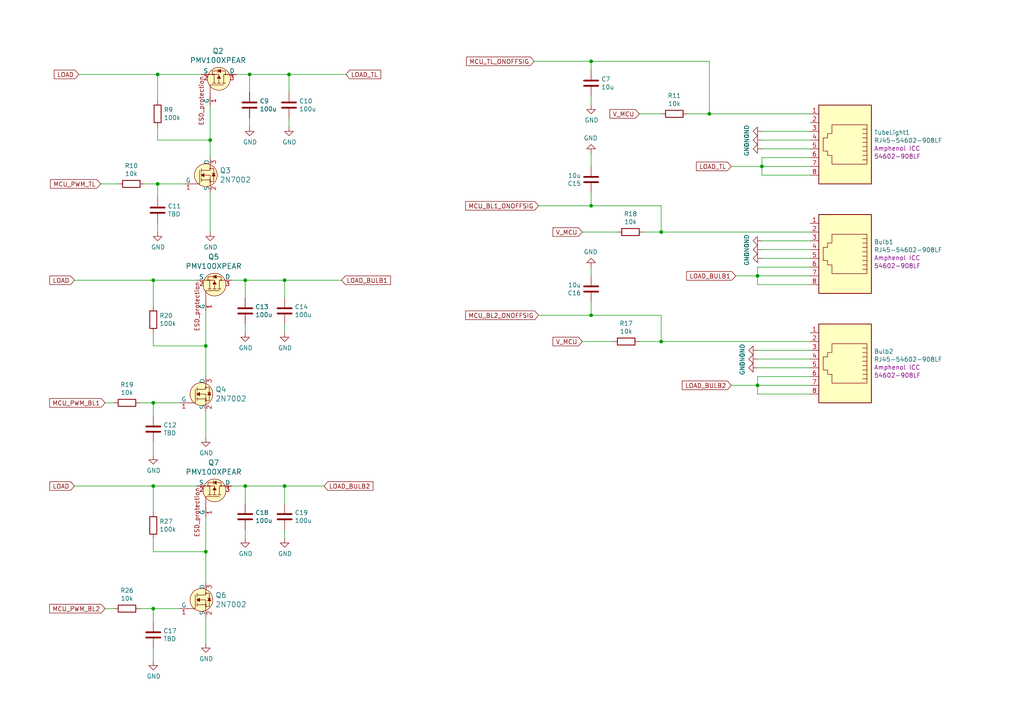
<source format=kicad_sch>
(kicad_sch (version 20211123) (generator eeschema)
  (paper "A4")
  (lib_symbols
    (symbol "SHS_DCDC:2N7002-dk_Transistors-FETs-MOSFETs-Single" (pin_names (offset 0))
      (property "Reference" "Q" (at -2.6924 3.6322 0))
      (property "Value" "2N7002-dk_Transistors-FETs-MOSFETs-Single" (at 3.4544 0 90))
      (symbol "2N7002-dk_Transistors-FETs-MOSFETs-Single_0_1"
        (circle (center -1.27 0) (radius 3.302) (fill (type background)))
        (circle (center 0 -1.905) (radius 0.127))
        (circle (center 0 -1.397) (radius 0.127))
        (polyline (pts (xy 0 -1.397) (xy -2.54 -1.397)))
        (polyline (pts (xy -5.08 -2.54) (xy -3.048 -2.54) (xy -3.048 1.397)))
        (polyline (pts (xy 0 -2.54) (xy 0 0) (xy -2.54 0)))
        (polyline (pts (xy 0 2.54) (xy 0 1.397) (xy -2.54 1.397)))
        (polyline (pts (xy -0.127 -1.905) (xy 1.016 -1.905) (xy 1.016 1.397) (xy 1.016 1.905) (xy -0.127 1.905)))
        (circle (center 0 1.905) (radius 0.127))
      )
      (symbol "2N7002-dk_Transistors-FETs-MOSFETs-Single_1_1"
        (polyline (pts (xy -2.54 -1.397) (xy -2.54 -1.905)))
        (polyline (pts (xy -2.54 -1.397) (xy -2.54 -0.889)))
        (polyline (pts (xy -2.54 0) (xy -2.54 -0.508)))
        (polyline (pts (xy -2.54 0) (xy -2.54 0.508)))
        (polyline (pts (xy -2.54 1.905) (xy -2.54 0.889)))
        (polyline (pts (xy 1.524 0.508) (xy 0.508 0.508)))
        (polyline (pts (xy -2.54 0) (xy -1.778 0.508) (xy -1.778 -0.508) (xy -2.54 0)) (fill (type outline)))
        (polyline (pts (xy 1.016 0.508) (xy 0.508 -0.254) (xy 1.524 -0.254) (xy 1.016 0.508)) (fill (type outline)))
        (pin bidirectional line (at -7.62 -2.54 0) (length 2.54) (name "G") (number "1"))
        (pin bidirectional line (at 0 -5.08 90) (length 2.54) (name "S") (number "2"))
        (pin bidirectional line (at 0 5.08 270) (length 2.54) (name "D") (number "3"))
      )
    )
    (symbol "SHS_DCDC:C-Device" (pin_numbers hide) (pin_names (offset 0.254))
      (property "Reference" "C" (at 0.635 2.54 0))
      (property "Value" "C-Device" (at 0.635 -2.54 0))
      (symbol "C-Device_0_1"
        (polyline (pts (xy -2.032 -0.762) (xy 2.032 -0.762)) (stroke (width 0.508)))
        (polyline (pts (xy -2.032 0.762) (xy 2.032 0.762)) (stroke (width 0.508)))
      )
      (symbol "C-Device_1_1"
        (pin passive line (at 0 3.81 270) (length 2.794) (name "~") (number "1"))
        (pin passive line (at 0 -3.81 90) (length 2.794) (name "~") (number "2"))
      )
    )
    (symbol "SHS_DCDC:GND-power" (power) (pin_names (offset 0))
      (property "Value" "GND-power" (at 0 -3.81 0))
      (symbol "GND-power_0_1"
        (polyline (pts (xy 0 0) (xy 0 -1.27) (xy 1.27 -1.27) (xy 0 -2.54) (xy -1.27 -1.27) (xy 0 -1.27)))
      )
      (symbol "GND-power_1_1"
        (pin power_in line (at 0 0 270) (length 0) hide (name "GND") (number "1"))
      )
    )
    (symbol "SHS_DCDC:PMV100XPEAR" (pin_names (offset 0))
      (property "Reference" "Q" (at -2.6924 3.6322 0))
      (property "Value" "PMV100XPEAR" (at 3.4544 0 90))
      (symbol "PMV100XPEAR_0_0"
        (text "ESD_protection" (at -7.62 -5.08 0) (effects (font (size 1.27 1.27))))
      )
      (symbol "PMV100XPEAR_0_1"
        (circle (center -1.27 0) (radius 3.302) (fill (type background)))
        (circle (center 0 -1.905) (radius 0.127))
        (circle (center 0 -1.397) (radius 0.127))
        (polyline (pts (xy 0 -1.397) (xy -2.54 -1.397)))
        (polyline (pts (xy -6.35 -2.54) (xy -3.048 -2.54) (xy -3.048 1.397)))
        (polyline (pts (xy 0 -2.54) (xy 0 0) (xy -2.54 0)))
        (polyline (pts (xy 0 2.54) (xy 0 1.397) (xy -2.54 1.397)))
        (polyline (pts (xy -0.127 -1.905) (xy 1.016 -1.905) (xy 1.016 1.397) (xy 1.016 1.905) (xy -0.127 1.905)))
        (circle (center 0 1.905) (radius 0.127))
      )
      (symbol "PMV100XPEAR_1_1"
        (polyline (pts (xy -2.54 -1.397) (xy -2.54 -1.905)))
        (polyline (pts (xy -2.54 -1.397) (xy -2.54 -0.889)))
        (polyline (pts (xy -2.54 0) (xy -2.54 -0.508)))
        (polyline (pts (xy -2.54 0) (xy -2.54 0.508)))
        (polyline (pts (xy -2.54 1.905) (xy -2.54 0.889)))
        (polyline (pts (xy 1.524 -0.254) (xy 0.508 -0.254)))
        (polyline (pts (xy -0.381 0) (xy -1.143 0.508) (xy -1.143 -0.508) (xy -0.381 0)) (fill (type outline)))
        (polyline (pts (xy 1.016 -0.254) (xy 1.524 0.508) (xy 0.508 0.508) (xy 1.016 -0.254)) (fill (type outline)))
        (pin bidirectional line (at -8.89 -2.54 0) (length 2.54) (name "G") (number "1"))
        (pin bidirectional line (at 0 -5.08 90) (length 2.54) (name "S") (number "2"))
        (pin bidirectional line (at 0 5.08 270) (length 2.54) (name "D") (number "3"))
      )
    )
    (symbol "SHS_DCDC:R-Device" (pin_numbers hide) (pin_names (offset 0))
      (property "Reference" "R" (at 2.032 0 90))
      (property "Value" "R-Device" (at 0 0 90))
      (symbol "R-Device_0_1"
        (rectangle (start -1.016 -2.54) (end 1.016 2.54) (stroke (width 0.254)))
      )
      (symbol "R-Device_1_1"
        (pin passive line (at 0 3.81 270) (length 1.27) (name "~") (number "1"))
        (pin passive line (at 0 -3.81 90) (length 1.27) (name "~") (number "2"))
      )
    )
    (symbol "SHS_DCDC:RJ45-54602-908LF" (pin_names (offset 1.016))
      (property "Reference" "RJ45" (at -5.08 13.97 0))
      (property "Value" "RJ45-54602-908LF" (at 2.54 13.97 0))
      (property "Brand" "Amphenol ICC" (at 16.51 22.86 0))
      (property "Model" "54602-908LF" (at 16.51 20.32 0))
      (symbol "RJ45-54602-908LF_0_1"
        (polyline (pts (xy -5.08 4.445) (xy -6.35 4.445)))
        (polyline (pts (xy -5.08 5.715) (xy -6.35 5.715)))
        (polyline (pts (xy -6.35 -3.175) (xy -5.08 -3.175) (xy -5.08 -3.175)))
        (polyline (pts (xy -6.35 -1.905) (xy -5.08 -1.905) (xy -5.08 -1.905)))
        (polyline (pts (xy -6.35 -0.635) (xy -5.08 -0.635) (xy -5.08 -0.635)))
        (polyline (pts (xy -6.35 0.635) (xy -5.08 0.635) (xy -5.08 0.635)))
        (polyline (pts (xy -6.35 1.905) (xy -5.08 1.905) (xy -5.08 1.905)))
        (polyline (pts (xy -5.08 3.175) (xy -6.35 3.175) (xy -6.35 3.175)))
        (polyline (pts (xy -6.35 -4.445) (xy -6.35 6.985) (xy 3.81 6.985) (xy 3.81 4.445) (xy 5.08 4.445) (xy 5.08 3.175) (xy 6.35 3.175) (xy 6.35 -0.635) (xy 5.08 -0.635) (xy 5.08 -1.905) (xy 3.81 -1.905) (xy 3.81 -4.445) (xy -6.35 -4.445) (xy -6.35 -4.445)))
        (rectangle (start 7.62 12.7) (end -7.62 -10.16) (stroke (width 0.254)) (fill (type background)))
      )
      (symbol "RJ45-54602-908LF_1_1"
        (pin passive line (at 10.16 -7.62 180) (length 2.54) (name "~") (number "1"))
        (pin passive line (at 10.16 -5.08 180) (length 2.54) (name "~") (number "2"))
        (pin passive line (at 10.16 -2.54 180) (length 2.54) (name "~") (number "3"))
        (pin passive line (at 10.16 0 180) (length 2.54) (name "~") (number "4"))
        (pin passive line (at 10.16 2.54 180) (length 2.54) (name "~") (number "5"))
        (pin passive line (at 10.16 5.08 180) (length 2.54) (name "~") (number "6"))
        (pin passive line (at 10.16 7.62 180) (length 2.54) (name "~") (number "7"))
        (pin passive line (at 10.16 10.16 180) (length 2.54) (name "~") (number "8"))
      )
    )
  )
  (junction (at 220.98 48.26))
  (junction (at 191.77 67.31))
  (junction (at 171.45 59.69))
  (junction (at 219.71 111.76))
  (junction (at 219.71 80.01))
  (junction (at 45.72 21.59))
  (junction (at 59.69 160.02))
  (junction (at 45.72 53.34))
  (junction (at 205.74 33.02))
  (junction (at 191.77 99.06))
  (junction (at 44.45 176.53))
  (junction (at 171.45 91.44))
  (junction (at 44.45 81.28))
  (junction (at 171.45 17.78))
  (junction (at 59.69 100.33))
  (junction (at 82.55 140.97))
  (junction (at 44.45 140.97))
  (junction (at 82.55 81.28))
  (junction (at 44.45 116.84))
  (junction (at 71.12 81.28))
  (junction (at 71.12 140.97))
  (junction (at 83.82 21.59))
  (junction (at 60.96 40.64))
  (junction (at 72.39 21.59))
  (wire (pts (xy 171.45 87.63) (xy 171.45 91.44)))
  (wire (pts (xy 72.39 21.59) (xy 72.39 26.67)))
  (wire (pts (xy 83.82 34.29) (xy 83.82 36.83)))
  (wire (pts (xy 219.71 109.22) (xy 219.71 111.76)))
  (wire (pts (xy 171.45 17.78) (xy 154.94 17.78)))
  (wire (pts (xy 219.71 82.55) (xy 234.95 82.55)))
  (wire (pts (xy 44.45 160.02) (xy 59.69 160.02)))
  (wire (pts (xy 220.98 48.26) (xy 220.98 45.72)))
  (wire (pts (xy 234.95 67.31) (xy 191.77 67.31)))
  (wire (pts (xy 186.69 67.31) (xy 191.77 67.31)))
  (wire (pts (xy 44.45 187.96) (xy 44.45 191.77)))
  (wire (pts (xy 21.59 140.97) (xy 44.45 140.97)))
  (wire (pts (xy 68.58 21.59) (xy 72.39 21.59)))
  (wire (pts (xy 82.55 140.97) (xy 93.98 140.97)))
  (wire (pts (xy 59.69 119.38) (xy 59.69 127)))
  (wire (pts (xy 234.95 38.1) (xy 220.98 38.1)))
  (wire (pts (xy 234.95 40.64) (xy 220.98 40.64)))
  (wire (pts (xy 59.69 179.07) (xy 59.69 186.69)))
  (wire (pts (xy 22.86 21.59) (xy 45.72 21.59)))
  (wire (pts (xy 71.12 140.97) (xy 71.12 146.05)))
  (wire (pts (xy 234.95 109.22) (xy 219.71 109.22)))
  (wire (pts (xy 44.45 96.52) (xy 44.45 100.33)))
  (wire (pts (xy 234.95 101.6) (xy 219.71 101.6)))
  (wire (pts (xy 44.45 156.21) (xy 44.45 160.02)))
  (wire (pts (xy 59.69 149.86) (xy 59.69 160.02)))
  (wire (pts (xy 234.95 45.72) (xy 220.98 45.72)))
  (wire (pts (xy 205.74 33.02) (xy 234.95 33.02)))
  (wire (pts (xy 199.39 33.02) (xy 205.74 33.02)))
  (wire (pts (xy 71.12 93.98) (xy 71.12 96.52)))
  (wire (pts (xy 220.98 50.8) (xy 220.98 48.26)))
  (wire (pts (xy 191.77 67.31) (xy 191.77 59.69)))
  (wire (pts (xy 234.95 114.3) (xy 219.71 114.3)))
  (wire (pts (xy 60.96 40.64) (xy 60.96 45.72)))
  (wire (pts (xy 21.59 81.28) (xy 44.45 81.28)))
  (wire (pts (xy 234.95 69.85) (xy 220.98 69.85)))
  (wire (pts (xy 45.72 21.59) (xy 45.72 29.21)))
  (wire (pts (xy 44.45 120.65) (xy 44.45 116.84)))
  (wire (pts (xy 234.95 43.18) (xy 220.98 43.18)))
  (wire (pts (xy 82.55 93.98) (xy 82.55 96.52)))
  (wire (pts (xy 82.55 140.97) (xy 82.55 146.05)))
  (wire (pts (xy 71.12 140.97) (xy 82.55 140.97)))
  (wire (pts (xy 177.8 99.06) (xy 168.91 99.06)))
  (wire (pts (xy 191.77 33.02) (xy 185.42 33.02)))
  (wire (pts (xy 71.12 153.67) (xy 71.12 156.21)))
  (wire (pts (xy 234.95 72.39) (xy 220.98 72.39)))
  (wire (pts (xy 191.77 99.06) (xy 191.77 91.44)))
  (wire (pts (xy 72.39 34.29) (xy 72.39 36.83)))
  (wire (pts (xy 171.45 91.44) (xy 156.21 91.44)))
  (wire (pts (xy 179.07 67.31) (xy 168.91 67.31)))
  (wire (pts (xy 44.45 81.28) (xy 57.15 81.28)))
  (wire (pts (xy 234.95 106.68) (xy 219.71 106.68)))
  (wire (pts (xy 52.07 176.53) (xy 44.45 176.53)))
  (wire (pts (xy 171.45 17.78) (xy 171.45 20.32)))
  (wire (pts (xy 219.71 111.76) (xy 219.71 114.3)))
  (wire (pts (xy 44.45 180.34) (xy 44.45 176.53)))
  (wire (pts (xy 234.95 50.8) (xy 220.98 50.8)))
  (wire (pts (xy 45.72 36.83) (xy 45.72 40.64)))
  (wire (pts (xy 44.45 128.27) (xy 44.45 132.08)))
  (wire (pts (xy 59.69 90.17) (xy 59.69 100.33)))
  (wire (pts (xy 53.34 53.34) (xy 45.72 53.34)))
  (wire (pts (xy 45.72 57.15) (xy 45.72 53.34)))
  (wire (pts (xy 45.72 64.77) (xy 45.72 67.31)))
  (wire (pts (xy 234.95 74.93) (xy 220.98 74.93)))
  (wire (pts (xy 60.96 30.48) (xy 60.96 40.64)))
  (wire (pts (xy 234.95 104.14) (xy 219.71 104.14)))
  (wire (pts (xy 52.07 116.84) (xy 44.45 116.84)))
  (wire (pts (xy 44.45 100.33) (xy 59.69 100.33)))
  (wire (pts (xy 171.45 80.01) (xy 171.45 77.47)))
  (wire (pts (xy 45.72 53.34) (xy 41.91 53.34)))
  (wire (pts (xy 171.45 48.26) (xy 171.45 44.45)))
  (wire (pts (xy 234.95 48.26) (xy 220.98 48.26)))
  (wire (pts (xy 83.82 21.59) (xy 100.33 21.59)))
  (wire (pts (xy 71.12 81.28) (xy 82.55 81.28)))
  (wire (pts (xy 33.02 176.53) (xy 30.48 176.53)))
  (wire (pts (xy 234.95 111.76) (xy 219.71 111.76)))
  (wire (pts (xy 171.45 27.94) (xy 171.45 30.48)))
  (wire (pts (xy 67.31 140.97) (xy 71.12 140.97)))
  (wire (pts (xy 34.29 53.34) (xy 29.21 53.34)))
  (wire (pts (xy 59.69 160.02) (xy 59.69 168.91)))
  (wire (pts (xy 82.55 81.28) (xy 82.55 86.36)))
  (wire (pts (xy 44.45 176.53) (xy 40.64 176.53)))
  (wire (pts (xy 83.82 21.59) (xy 83.82 26.67)))
  (wire (pts (xy 205.74 17.78) (xy 205.74 33.02)))
  (wire (pts (xy 191.77 91.44) (xy 171.45 91.44)))
  (wire (pts (xy 45.72 40.64) (xy 60.96 40.64)))
  (wire (pts (xy 171.45 55.88) (xy 171.45 59.69)))
  (wire (pts (xy 219.71 77.47) (xy 219.71 80.01)))
  (wire (pts (xy 71.12 81.28) (xy 71.12 86.36)))
  (wire (pts (xy 44.45 116.84) (xy 40.64 116.84)))
  (wire (pts (xy 234.95 77.47) (xy 219.71 77.47)))
  (wire (pts (xy 59.69 100.33) (xy 59.69 109.22)))
  (wire (pts (xy 82.55 153.67) (xy 82.55 156.21)))
  (wire (pts (xy 44.45 140.97) (xy 57.15 140.97)))
  (wire (pts (xy 171.45 17.78) (xy 205.74 17.78)))
  (wire (pts (xy 212.09 48.26) (xy 220.98 48.26)))
  (wire (pts (xy 45.72 21.59) (xy 58.42 21.59)))
  (wire (pts (xy 82.55 81.28) (xy 99.06 81.28)))
  (wire (pts (xy 67.31 81.28) (xy 71.12 81.28)))
  (wire (pts (xy 213.36 80.01) (xy 219.71 80.01)))
  (wire (pts (xy 234.95 80.01) (xy 219.71 80.01)))
  (wire (pts (xy 60.96 55.88) (xy 60.96 67.31)))
  (wire (pts (xy 219.71 111.76) (xy 212.09 111.76)))
  (wire (pts (xy 234.95 99.06) (xy 191.77 99.06)))
  (wire (pts (xy 191.77 59.69) (xy 171.45 59.69)))
  (wire (pts (xy 171.45 59.69) (xy 156.21 59.69)))
  (wire (pts (xy 44.45 81.28) (xy 44.45 88.9)))
  (wire (pts (xy 219.71 80.01) (xy 219.71 82.55)))
  (wire (pts (xy 191.77 99.06) (xy 185.42 99.06)))
  (wire (pts (xy 44.45 140.97) (xy 44.45 148.59)))
  (wire (pts (xy 33.02 116.84) (xy 30.48 116.84)))
  (wire (pts (xy 72.39 21.59) (xy 83.82 21.59)))
  (global_label "LOAD_TL" (shape input) (at 212.09 48.26 180) (property "Intersheet References" "${INTERSHEET_REFS}" (effects hide)))
  (global_label "MCU_PWM_BL1" (shape input) (at 30.48 116.84 180) (property "Intersheet References" "${INTERSHEET_REFS}" (effects hide)))
  (global_label "LOAD_BULB2" (shape input) (at 212.09 111.76 180) (property "Intersheet References" "${INTERSHEET_REFS}" (effects hide)))
  (global_label "MCU_PWM_BL2" (shape input) (at 30.48 176.53 180) (property "Intersheet References" "${INTERSHEET_REFS}" (effects hide)))
  (global_label "LOAD" (shape input) (at 21.59 140.97 180) (property "Intersheet References" "${INTERSHEET_REFS}" (effects hide)))
  (global_label "V_MCU" (shape input) (at 168.91 67.31 180) (property "Intersheet References" "${INTERSHEET_REFS}" (effects hide)))
  (global_label "MCU_BL2_ONOFFSIG" (shape input) (at 156.21 91.44 180) (property "Intersheet References" "${INTERSHEET_REFS}" (effects hide)))
  (global_label "V_MCU" (shape input) (at 168.91 99.06 180) (property "Intersheet References" "${INTERSHEET_REFS}" (effects hide)))
  (global_label "LOAD" (shape input) (at 22.86 21.59 180) (property "Intersheet References" "${INTERSHEET_REFS}" (effects hide)))
  (global_label "LOAD_BULB1" (shape input) (at 213.36 80.01 180) (property "Intersheet References" "${INTERSHEET_REFS}" (effects hide)))
  (global_label "LOAD_BULB2" (shape input) (at 93.98 140.97 0) (property "Intersheet References" "${INTERSHEET_REFS}" (effects hide)))
  (global_label "MCU_PWM_TL" (shape input) (at 29.21 53.34 180) (property "Intersheet References" "${INTERSHEET_REFS}" (effects hide)))
  (global_label "LOAD_BULB1" (shape input) (at 99.06 81.28 0) (property "Intersheet References" "${INTERSHEET_REFS}" (effects hide)))
  (global_label "LOAD_TL" (shape input) (at 100.33 21.59 0) (property "Intersheet References" "${INTERSHEET_REFS}" (effects hide)))
  (global_label "MCU_TL_ONOFFSIG" (shape input) (at 154.94 17.78 180) (property "Intersheet References" "${INTERSHEET_REFS}" (effects hide)))
  (global_label "MCU_BL1_ONOFFSIG" (shape input) (at 156.21 59.69 180) (property "Intersheet References" "${INTERSHEET_REFS}" (effects hide)))
  (global_label "LOAD" (shape input) (at 21.59 81.28 180) (property "Intersheet References" "${INTERSHEET_REFS}" (effects hide)))
  (global_label "V_MCU" (shape input) (at 185.42 33.02 180) (property "Intersheet References" "${INTERSHEET_REFS}" (effects hide)))
  (symbol (lib_id "SHS_DCDC:PMV100XPEAR") (at 63.5 21.59 270) (mirror x) (unit 1)
    (property "Reference" "Q2" (at 63.246 14.8082 90) (effects (font (size 1.524 1.524))))
    (property "Value" "PMV100XPEAR" (at 63.246 17.5006 90) (effects (font (size 1.524 1.524))))
    (property "Footprint" "digikey-footprints:SOT-23-3" (effects hide))
    (property "MPN" "PMV100XPEAR" (effects hide))
    (property "Category" "Discrete Semiconductor Products" (effects hide))
    (property "Family" "Transistors - FETs, MOSFETs - Single" (effects hide))
    (property "Description" "MOSFET P-CH 20V 2.4A SOT23" (effects hide))
    (property "Manufacturer" "Nexperia USA" (effects hide))
    (property "Status" "Active" (effects hide))
  )
  (symbol (lib_id "SHS_DCDC:R-Device") (at 45.72 33.02 0) (unit 1)
    (property "Reference" "R9" (at 47.498 31.8516 0) (effects (justify left)))
    (property "Value" "100k" (at 47.498 34.163 0) (effects (justify left)))
    (property "Footprint" "Resistor_SMD:R_0603_1608Metric" (effects hide))
  )
  (symbol (lib_id "SHS_DCDC:2N7002-dk_Transistors-FETs-MOSFETs-Single") (at 60.96 50.8 0) (unit 1)
    (property "Reference" "Q3" (at 63.7032 49.4538 0) (effects (font (size 1.524 1.524)) (justify left)))
    (property "Value" "2N7002" (at 63.7032 52.1462 0) (effects (font (size 1.524 1.524)) (justify left)))
    (property "Footprint" "digikey-footprints:SOT-23-3" (effects hide))
    (property "Datasheet" "https://www.onsemi.com/pub/Collateral/NDS7002A-D.PDF" (effects hide))
    (property "Digi-Key_PN" "2N7002NCT-ND" (effects hide))
    (property "MPN" "2N7002" (effects hide))
    (property "Category" "Discrete Semiconductor Products" (effects hide))
    (property "Family" "Transistors - FETs, MOSFETs - Single" (effects hide))
    (property "DK_Datasheet_Link" "https://www.onsemi.com/pub/Collateral/NDS7002A-D.PDF" (effects hide))
    (property "DK_Detail_Page" "/product-detail/en/on-semiconductor/2N7002/2N7002NCT-ND/244664" (effects hide))
    (property "Description" "MOSFET N-CH 60V 115MA SOT-23" (effects hide))
    (property "Manufacturer" "ON Semiconductor" (effects hide))
    (property "Status" "Active" (effects hide))
  )
  (symbol (lib_id "SHS_DCDC:GND-power") (at 60.96 67.31 0) (unit 1)
    (property "Reference" "#PWR08" (effects hide))
    (property "Value" "GND-power" (at 61.087 71.7042 0))
  )
  (symbol (lib_id "SHS_DCDC:R-Device") (at 38.1 53.34 270) (unit 1)
    (property "Reference" "R10" (at 38.1 48.0822 90))
    (property "Value" "10k" (at 38.1 50.3936 90))
    (property "Footprint" "Resistor_SMD:R_0603_1608Metric" (effects hide))
  )
  (symbol (lib_id "SHS_DCDC:RJ45-54602-908LF") (at 245.11 40.64 180) (unit 1)
    (property "Reference" "TubeLight1" (at 253.492 38.4302 0) (effects (justify right)))
    (property "Value" "RJ45-54602-908LF" (at 253.492 40.7416 0) (effects (justify right)))
    (property "Footprint" "Connector_RJ:RJ45_Amphenol_54602-x08_Horizontal" (effects hide))
    (property "Brand" "Amphenol ICC" (at 253.492 43.053 0) (effects (justify right)))
    (property "Model" "54602-908LF" (at 253.492 45.3644 0) (effects (justify right)))
  )
  (symbol (lib_id "SHS_DCDC:R-Device") (at 195.58 33.02 270) (unit 1)
    (property "Reference" "R11" (at 195.58 27.7622 90))
    (property "Value" "10k" (at 195.58 30.0736 90))
    (property "Footprint" "Resistor_SMD:R_0603_1608Metric" (effects hide))
  )
  (symbol (lib_id "SHS_DCDC:C-Device") (at 171.45 24.13 0) (unit 1)
    (property "Reference" "C7" (at 174.371 22.9616 0) (effects (justify left)))
    (property "Value" "10u" (at 174.371 25.273 0) (effects (justify left)))
    (property "Footprint" "Capacitor_SMD:C_0603_1608Metric" (effects hide))
  )
  (symbol (lib_id "SHS_DCDC:GND-power") (at 171.45 30.48 0) (unit 1)
    (property "Reference" "#PWR0105" (effects hide))
    (property "Value" "GND-power" (at 171.577 34.8742 0))
  )
  (symbol (lib_id "SHS_DCDC:RJ45-54602-908LF") (at 245.11 72.39 180) (unit 1)
    (property "Reference" "Bulb1" (at 253.492 70.1802 0) (effects (justify right)))
    (property "Value" "RJ45-54602-908LF" (at 253.492 72.4916 0) (effects (justify right)))
    (property "Footprint" "Connector_RJ:RJ45_Amphenol_54602-x08_Horizontal" (effects hide))
    (property "Brand" "Amphenol ICC" (at 253.492 74.803 0) (effects (justify right)))
    (property "Model" "54602-908LF" (at 253.492 77.1144 0) (effects (justify right)))
  )
  (symbol (lib_id "SHS_DCDC:RJ45-54602-908LF") (at 245.11 104.14 180) (unit 1)
    (property "Reference" "Bulb2" (at 253.492 101.9302 0) (effects (justify right)))
    (property "Value" "RJ45-54602-908LF" (at 253.492 104.2416 0) (effects (justify right)))
    (property "Footprint" "Connector_RJ:RJ45_Amphenol_54602-x08_Horizontal" (effects hide))
    (property "Brand" "Amphenol ICC" (at 253.492 106.553 0) (effects (justify right)))
    (property "Model" "54602-908LF" (at 253.492 108.8644 0) (effects (justify right)))
  )
  (symbol (lib_id "SHS_DCDC:C-Device") (at 72.39 30.48 0) (unit 1)
    (property "Reference" "C9" (at 75.311 29.3116 0) (effects (justify left)))
    (property "Value" "100u" (at 75.311 31.623 0) (effects (justify left)))
    (property "Footprint" "Capacitor_SMD:C_1210_3225Metric" (effects hide))
  )
  (symbol (lib_id "SHS_DCDC:C-Device") (at 83.82 30.48 0) (unit 1)
    (property "Reference" "C10" (at 86.741 29.3116 0) (effects (justify left)))
    (property "Value" "100u" (at 86.741 31.623 0) (effects (justify left)))
    (property "Footprint" "Capacitor_SMD:C_1210_3225Metric" (effects hide))
  )
  (symbol (lib_id "SHS_DCDC:GND-power") (at 72.39 36.83 0) (unit 1)
    (property "Reference" "#PWR015" (effects hide))
    (property "Value" "GND-power" (at 72.517 41.2242 0))
  )
  (symbol (lib_id "SHS_DCDC:GND-power") (at 83.82 36.83 0) (unit 1)
    (property "Reference" "#PWR016" (effects hide))
    (property "Value" "GND-power" (at 83.947 41.2242 0))
  )
  (symbol (lib_id "SHS_DCDC:GND-power") (at 220.98 38.1 270) (unit 1)
    (property "Reference" "#PWR010" (effects hide))
    (property "Value" "GND-power" (at 216.5858 38.227 0))
  )
  (symbol (lib_id "SHS_DCDC:GND-power") (at 220.98 40.64 270) (unit 1)
    (property "Reference" "#PWR011" (effects hide))
    (property "Value" "GND-power" (at 216.5858 40.767 0))
  )
  (symbol (lib_id "SHS_DCDC:C-Device") (at 45.72 60.96 0) (unit 1)
    (property "Reference" "C11" (at 48.641 59.7916 0) (effects (justify left)))
    (property "Value" "TBD" (at 48.641 62.103 0) (effects (justify left)))
    (property "Footprint" "Capacitor_SMD:C_0603_1608Metric" (effects hide))
  )
  (symbol (lib_id "SHS_DCDC:GND-power") (at 45.72 67.31 0) (unit 1)
    (property "Reference" "#PWR012" (effects hide))
    (property "Value" "GND-power" (at 45.847 71.7042 0))
  )
  (symbol (lib_id "SHS_DCDC:GND-power") (at 220.98 69.85 270) (unit 1)
    (property "Reference" "#PWR018" (effects hide))
    (property "Value" "GND-power" (at 216.5858 69.977 0))
  )
  (symbol (lib_id "SHS_DCDC:GND-power") (at 220.98 72.39 270) (unit 1)
    (property "Reference" "#PWR019" (effects hide))
    (property "Value" "GND-power" (at 216.5858 72.517 0))
  )
  (symbol (lib_id "SHS_DCDC:R-Device") (at 182.88 67.31 270) (unit 1)
    (property "Reference" "R18" (at 182.88 62.0522 90))
    (property "Value" "10k" (at 182.88 64.3636 90))
    (property "Footprint" "Resistor_SMD:R_0603_1608Metric" (effects hide))
  )
  (symbol (lib_id "SHS_DCDC:GND-power") (at 220.98 74.93 270) (unit 1)
    (property "Reference" "#PWR020" (effects hide))
    (property "Value" "GND-power" (at 216.5858 75.057 0))
  )
  (symbol (lib_id "SHS_DCDC:GND-power") (at 220.98 43.18 270) (unit 1)
    (property "Reference" "#PWR09" (effects hide))
    (property "Value" "GND-power" (at 216.5858 43.307 0))
  )
  (symbol (lib_id "SHS_DCDC:R-Device") (at 181.61 99.06 270) (unit 1)
    (property "Reference" "R17" (at 181.61 93.8022 90))
    (property "Value" "10k" (at 181.61 96.1136 90))
    (property "Footprint" "Resistor_SMD:R_0603_1608Metric" (effects hide))
  )
  (symbol (lib_id "SHS_DCDC:PMV100XPEAR") (at 62.23 81.28 270) (mirror x) (unit 1)
    (property "Reference" "Q5" (at 61.976 74.4982 90) (effects (font (size 1.524 1.524))))
    (property "Value" "PMV100XPEAR" (at 61.976 77.1906 90) (effects (font (size 1.524 1.524))))
    (property "Footprint" "digikey-footprints:SOT-23-3" (effects hide))
    (property "MPN" "PMV100XPEAR" (effects hide))
    (property "Category" "Discrete Semiconductor Products" (effects hide))
    (property "Family" "Transistors - FETs, MOSFETs - Single" (effects hide))
    (property "Description" "MOSFET P-CH 20V 2.4A SOT23" (effects hide))
    (property "Manufacturer" "Nexperia USA" (effects hide))
    (property "Status" "Active" (effects hide))
  )
  (symbol (lib_id "SHS_DCDC:R-Device") (at 44.45 92.71 0) (unit 1)
    (property "Reference" "R20" (at 46.228 91.5416 0) (effects (justify left)))
    (property "Value" "100k" (at 46.228 93.853 0) (effects (justify left)))
    (property "Footprint" "Resistor_SMD:R_0603_1608Metric" (effects hide))
  )
  (symbol (lib_id "SHS_DCDC:2N7002-dk_Transistors-FETs-MOSFETs-Single") (at 59.69 114.3 0) (unit 1)
    (property "Reference" "Q4" (at 62.4332 112.9538 0) (effects (font (size 1.524 1.524)) (justify left)))
    (property "Value" "2N7002" (at 62.4332 115.6462 0) (effects (font (size 1.524 1.524)) (justify left)))
    (property "Footprint" "digikey-footprints:SOT-23-3" (effects hide))
    (property "Datasheet" "https://www.onsemi.com/pub/Collateral/NDS7002A-D.PDF" (effects hide))
    (property "Digi-Key_PN" "2N7002NCT-ND" (effects hide))
    (property "MPN" "2N7002" (effects hide))
    (property "Category" "Discrete Semiconductor Products" (effects hide))
    (property "Family" "Transistors - FETs, MOSFETs - Single" (effects hide))
    (property "DK_Datasheet_Link" "https://www.onsemi.com/pub/Collateral/NDS7002A-D.PDF" (effects hide))
    (property "DK_Detail_Page" "/product-detail/en/on-semiconductor/2N7002/2N7002NCT-ND/244664" (effects hide))
    (property "Description" "MOSFET N-CH 60V 115MA SOT-23" (effects hide))
    (property "Manufacturer" "ON Semiconductor" (effects hide))
    (property "Status" "Active" (effects hide))
  )
  (symbol (lib_id "SHS_DCDC:GND-power") (at 59.69 127 0) (unit 1)
    (property "Reference" "#PWR022" (effects hide))
    (property "Value" "GND-power" (at 59.817 131.3942 0))
  )
  (symbol (lib_id "SHS_DCDC:C-Device") (at 71.12 90.17 0) (unit 1)
    (property "Reference" "C13" (at 74.041 89.0016 0) (effects (justify left)))
    (property "Value" "100u" (at 74.041 91.313 0) (effects (justify left)))
    (property "Footprint" "Capacitor_SMD:C_1210_3225Metric" (effects hide))
  )
  (symbol (lib_id "SHS_DCDC:C-Device") (at 82.55 90.17 0) (unit 1)
    (property "Reference" "C14" (at 85.471 89.0016 0) (effects (justify left)))
    (property "Value" "100u" (at 85.471 91.313 0) (effects (justify left)))
    (property "Footprint" "Capacitor_SMD:C_1210_3225Metric" (effects hide))
  )
  (symbol (lib_id "SHS_DCDC:GND-power") (at 71.12 96.52 0) (unit 1)
    (property "Reference" "#PWR023" (effects hide))
    (property "Value" "GND-power" (at 71.247 100.9142 0))
  )
  (symbol (lib_id "SHS_DCDC:GND-power") (at 82.55 96.52 0) (unit 1)
    (property "Reference" "#PWR024" (effects hide))
    (property "Value" "GND-power" (at 82.677 100.9142 0))
  )
  (symbol (lib_id "SHS_DCDC:R-Device") (at 36.83 116.84 270) (unit 1)
    (property "Reference" "R19" (at 36.83 111.5822 90))
    (property "Value" "10k" (at 36.83 113.8936 90))
    (property "Footprint" "Resistor_SMD:R_0603_1608Metric" (effects hide))
  )
  (symbol (lib_id "SHS_DCDC:C-Device") (at 44.45 124.46 0) (unit 1)
    (property "Reference" "C12" (at 47.371 123.2916 0) (effects (justify left)))
    (property "Value" "TBD" (at 47.371 125.603 0) (effects (justify left)))
    (property "Footprint" "Capacitor_SMD:C_0603_1608Metric" (effects hide))
  )
  (symbol (lib_id "SHS_DCDC:GND-power") (at 44.45 132.08 0) (unit 1)
    (property "Reference" "#PWR021" (effects hide))
    (property "Value" "GND-power" (at 44.577 136.4742 0))
  )
  (symbol (lib_id "SHS_DCDC:GND-power") (at 219.71 101.6 270) (unit 1)
    (property "Reference" "#PWR026" (effects hide))
    (property "Value" "GND-power" (at 215.3158 101.727 0))
  )
  (symbol (lib_id "SHS_DCDC:GND-power") (at 219.71 104.14 270) (unit 1)
    (property "Reference" "#PWR027" (effects hide))
    (property "Value" "GND-power" (at 215.3158 104.267 0))
  )
  (symbol (lib_id "SHS_DCDC:GND-power") (at 219.71 106.68 270) (unit 1)
    (property "Reference" "#PWR028" (effects hide))
    (property "Value" "GND-power" (at 215.3158 106.807 0))
  )
  (symbol (lib_id "SHS_DCDC:C-Device") (at 171.45 52.07 180) (unit 1)
    (property "Reference" "C15" (at 168.529 53.2384 0) (effects (justify left)))
    (property "Value" "10u" (at 168.529 50.927 0) (effects (justify left)))
    (property "Footprint" "Capacitor_SMD:C_0603_1608Metric" (effects hide))
  )
  (symbol (lib_id "SHS_DCDC:GND-power") (at 171.45 44.45 180) (unit 1)
    (property "Reference" "#PWR029" (effects hide))
    (property "Value" "GND-power" (at 171.323 40.0558 0))
  )
  (symbol (lib_id "SHS_DCDC:C-Device") (at 171.45 83.82 180) (unit 1)
    (property "Reference" "C16" (at 168.529 84.9884 0) (effects (justify left)))
    (property "Value" "10u" (at 168.529 82.677 0) (effects (justify left)))
    (property "Footprint" "Capacitor_SMD:C_0603_1608Metric" (effects hide))
  )
  (symbol (lib_id "SHS_DCDC:GND-power") (at 171.45 77.47 180) (unit 1)
    (property "Reference" "#PWR030" (effects hide))
    (property "Value" "GND-power" (at 171.323 73.0758 0))
  )
  (symbol (lib_id "SHS_DCDC:PMV100XPEAR") (at 62.23 140.97 270) (mirror x) (unit 1)
    (property "Reference" "Q7" (at 61.976 134.1882 90) (effects (font (size 1.524 1.524))))
    (property "Value" "PMV100XPEAR" (at 61.976 136.8806 90) (effects (font (size 1.524 1.524))))
    (property "Footprint" "digikey-footprints:SOT-23-3" (effects hide))
    (property "MPN" "PMV100XPEAR" (effects hide))
    (property "Category" "Discrete Semiconductor Products" (effects hide))
    (property "Family" "Transistors - FETs, MOSFETs - Single" (effects hide))
    (property "Description" "MOSFET P-CH 20V 2.4A SOT23" (effects hide))
    (property "Manufacturer" "Nexperia USA" (effects hide))
    (property "Status" "Active" (effects hide))
  )
  (symbol (lib_id "SHS_DCDC:R-Device") (at 44.45 152.4 0) (unit 1)
    (property "Reference" "R27" (at 46.228 151.2316 0) (effects (justify left)))
    (property "Value" "100k" (at 46.228 153.543 0) (effects (justify left)))
    (property "Footprint" "Resistor_SMD:R_0603_1608Metric" (effects hide))
  )
  (symbol (lib_id "SHS_DCDC:2N7002-dk_Transistors-FETs-MOSFETs-Single") (at 59.69 173.99 0) (unit 1)
    (property "Reference" "Q6" (at 62.4332 172.6438 0) (effects (font (size 1.524 1.524)) (justify left)))
    (property "Value" "2N7002" (at 62.4332 175.3362 0) (effects (font (size 1.524 1.524)) (justify left)))
    (property "Footprint" "digikey-footprints:SOT-23-3" (effects hide))
    (property "Datasheet" "https://www.onsemi.com/pub/Collateral/NDS7002A-D.PDF" (effects hide))
    (property "Digi-Key_PN" "2N7002NCT-ND" (effects hide))
    (property "MPN" "2N7002" (effects hide))
    (property "Category" "Discrete Semiconductor Products" (effects hide))
    (property "Family" "Transistors - FETs, MOSFETs - Single" (effects hide))
    (property "DK_Datasheet_Link" "https://www.onsemi.com/pub/Collateral/NDS7002A-D.PDF" (effects hide))
    (property "DK_Detail_Page" "/product-detail/en/on-semiconductor/2N7002/2N7002NCT-ND/244664" (effects hide))
    (property "Description" "MOSFET N-CH 60V 115MA SOT-23" (effects hide))
    (property "Manufacturer" "ON Semiconductor" (effects hide))
    (property "Status" "Active" (effects hide))
  )
  (symbol (lib_id "SHS_DCDC:GND-power") (at 59.69 186.69 0) (unit 1)
    (property "Reference" "#PWR032" (effects hide))
    (property "Value" "GND-power" (at 59.817 191.0842 0))
  )
  (symbol (lib_id "SHS_DCDC:C-Device") (at 71.12 149.86 0) (unit 1)
    (property "Reference" "C18" (at 74.041 148.6916 0) (effects (justify left)))
    (property "Value" "100u" (at 74.041 151.003 0) (effects (justify left)))
    (property "Footprint" "Capacitor_SMD:C_1210_3225Metric" (effects hide))
  )
  (symbol (lib_id "SHS_DCDC:C-Device") (at 82.55 149.86 0) (unit 1)
    (property "Reference" "C19" (at 85.471 148.6916 0) (effects (justify left)))
    (property "Value" "100u" (at 85.471 151.003 0) (effects (justify left)))
    (property "Footprint" "Capacitor_SMD:C_1210_3225Metric" (effects hide))
  )
  (symbol (lib_id "SHS_DCDC:GND-power") (at 71.12 156.21 0) (unit 1)
    (property "Reference" "#PWR033" (effects hide))
    (property "Value" "GND-power" (at 71.247 160.6042 0))
  )
  (symbol (lib_id "SHS_DCDC:GND-power") (at 82.55 156.21 0) (unit 1)
    (property "Reference" "#PWR034" (effects hide))
    (property "Value" "GND-power" (at 82.677 160.6042 0))
  )
  (symbol (lib_id "SHS_DCDC:R-Device") (at 36.83 176.53 270) (unit 1)
    (property "Reference" "R26" (at 36.83 171.2722 90))
    (property "Value" "10k" (at 36.83 173.5836 90))
    (property "Footprint" "Resistor_SMD:R_0603_1608Metric" (effects hide))
  )
  (symbol (lib_id "SHS_DCDC:C-Device") (at 44.45 184.15 0) (unit 1)
    (property "Reference" "C17" (at 47.371 182.9816 0) (effects (justify left)))
    (property "Value" "TBD" (at 47.371 185.293 0) (effects (justify left)))
    (property "Footprint" "Capacitor_SMD:C_0603_1608Metric" (effects hide))
  )
  (symbol (lib_id "SHS_DCDC:GND-power") (at 44.45 191.77 0) (unit 1)
    (property "Reference" "#PWR031" (effects hide))
    (property "Value" "GND-power" (at 44.577 196.1642 0))
  )
)
</source>
